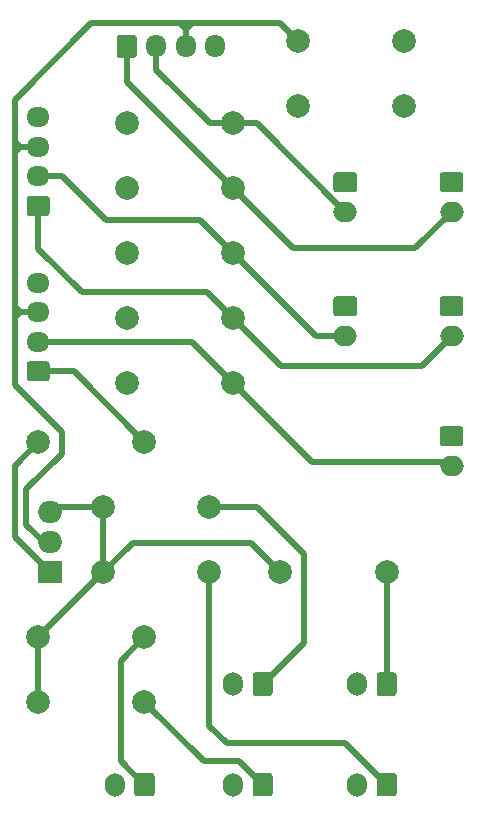
<source format=gbr>
%TF.GenerationSoftware,KiCad,Pcbnew,5.1.10-88a1d61d58~90~ubuntu20.04.1*%
%TF.CreationDate,2022-01-16T21:22:27+00:00*%
%TF.ProjectId,ir_sensor,69725f73-656e-4736-9f72-2e6b69636164,rev?*%
%TF.SameCoordinates,Original*%
%TF.FileFunction,Copper,L1,Top*%
%TF.FilePolarity,Positive*%
%FSLAX46Y46*%
G04 Gerber Fmt 4.6, Leading zero omitted, Abs format (unit mm)*
G04 Created by KiCad (PCBNEW 5.1.10-88a1d61d58~90~ubuntu20.04.1) date 2022-01-16 21:22:27*
%MOMM*%
%LPD*%
G01*
G04 APERTURE LIST*
%TA.AperFunction,ComponentPad*%
%ADD10C,2.000000*%
%TD*%
%TA.AperFunction,ComponentPad*%
%ADD11O,2.000000X1.905000*%
%TD*%
%TA.AperFunction,ComponentPad*%
%ADD12R,2.000000X1.905000*%
%TD*%
%TA.AperFunction,ComponentPad*%
%ADD13O,2.000000X1.700000*%
%TD*%
%TA.AperFunction,ComponentPad*%
%ADD14O,1.700000X2.000000*%
%TD*%
%TA.AperFunction,ComponentPad*%
%ADD15O,1.950000X1.700000*%
%TD*%
%TA.AperFunction,ComponentPad*%
%ADD16O,1.700000X1.950000*%
%TD*%
%TA.AperFunction,Conductor*%
%ADD17C,0.500000*%
%TD*%
G04 APERTURE END LIST*
D10*
%TO.P,R13,2*%
%TO.N,GND*%
X94000000Y-53000000D03*
%TO.P,R13,1*%
%TO.N,d_4*%
X103000000Y-53000000D03*
%TD*%
%TO.P,R12,2*%
%TO.N,GND*%
X94000000Y-58500000D03*
%TO.P,R12,1*%
%TO.N,d_5*%
X103000000Y-58500000D03*
%TD*%
%TO.P,R11,2*%
%TO.N,GND*%
X94000000Y-42000000D03*
%TO.P,R11,1*%
%TO.N,d_2*%
X103000000Y-42000000D03*
%TD*%
%TO.P,R10,2*%
%TO.N,GND*%
X94000000Y-47500000D03*
%TO.P,R10,1*%
%TO.N,d_3*%
X103000000Y-47500000D03*
%TD*%
%TO.P,R9,2*%
%TO.N,GND*%
X117500000Y-35000000D03*
%TO.P,R9,1*%
%TO.N,+3V3*%
X108500000Y-35000000D03*
%TD*%
%TO.P,R8,2*%
%TO.N,+3V3*%
X117500000Y-29500000D03*
%TO.P,R8,1*%
%TO.N,+5V*%
X108500000Y-29500000D03*
%TD*%
%TO.P,R7,1*%
%TO.N,Vdrive*%
X107000000Y-74500000D03*
%TO.P,R7,2*%
%TO.N,Net-(J8-Pad1)*%
X116000000Y-74500000D03*
%TD*%
%TO.P,R6,1*%
%TO.N,Vdrive*%
X86500000Y-85500000D03*
%TO.P,R6,2*%
%TO.N,Net-(J7-Pad1)*%
X95500000Y-85500000D03*
%TD*%
%TO.P,R5,1*%
%TO.N,Vdrive*%
X92000000Y-74500000D03*
%TO.P,R5,2*%
%TO.N,Net-(J6-Pad1)*%
X101000000Y-74500000D03*
%TD*%
%TO.P,R4,2*%
%TO.N,Net-(Q1-Pad1)*%
X86500000Y-63500000D03*
%TO.P,R4,1*%
%TO.N,sw_led*%
X95500000Y-63500000D03*
%TD*%
%TO.P,R3,1*%
%TO.N,Vdrive*%
X86500000Y-80000000D03*
%TO.P,R3,2*%
%TO.N,Net-(J5-Pad1)*%
X95500000Y-80000000D03*
%TD*%
D11*
%TO.P,Q1,3*%
%TO.N,Vdrive*%
X87500000Y-69420000D03*
%TO.P,Q1,2*%
%TO.N,+5V*%
X87500000Y-71960000D03*
D12*
%TO.P,Q1,1*%
%TO.N,Net-(Q1-Pad1)*%
X87500000Y-74500000D03*
%TD*%
D13*
%TO.P,J13,2*%
%TO.N,d_3*%
X112500000Y-54500000D03*
%TO.P,J13,1*%
%TO.N,+3V3*%
%TA.AperFunction,ComponentPad*%
G36*
G01*
X111750000Y-51150000D02*
X113250000Y-51150000D01*
G75*
G02*
X113500000Y-51400000I0J-250000D01*
G01*
X113500000Y-52600000D01*
G75*
G02*
X113250000Y-52850000I-250000J0D01*
G01*
X111750000Y-52850000D01*
G75*
G02*
X111500000Y-52600000I0J250000D01*
G01*
X111500000Y-51400000D01*
G75*
G02*
X111750000Y-51150000I250000J0D01*
G01*
G37*
%TD.AperFunction*%
%TD*%
%TO.P,J12,2*%
%TO.N,d_5*%
X121500000Y-65500000D03*
%TO.P,J12,1*%
%TO.N,+3V3*%
%TA.AperFunction,ComponentPad*%
G36*
G01*
X120750000Y-62150000D02*
X122250000Y-62150000D01*
G75*
G02*
X122500000Y-62400000I0J-250000D01*
G01*
X122500000Y-63600000D01*
G75*
G02*
X122250000Y-63850000I-250000J0D01*
G01*
X120750000Y-63850000D01*
G75*
G02*
X120500000Y-63600000I0J250000D01*
G01*
X120500000Y-62400000D01*
G75*
G02*
X120750000Y-62150000I250000J0D01*
G01*
G37*
%TD.AperFunction*%
%TD*%
%TO.P,J11,2*%
%TO.N,d_2*%
X121500000Y-44000000D03*
%TO.P,J11,1*%
%TO.N,+3V3*%
%TA.AperFunction,ComponentPad*%
G36*
G01*
X120750000Y-40650000D02*
X122250000Y-40650000D01*
G75*
G02*
X122500000Y-40900000I0J-250000D01*
G01*
X122500000Y-42100000D01*
G75*
G02*
X122250000Y-42350000I-250000J0D01*
G01*
X120750000Y-42350000D01*
G75*
G02*
X120500000Y-42100000I0J250000D01*
G01*
X120500000Y-40900000D01*
G75*
G02*
X120750000Y-40650000I250000J0D01*
G01*
G37*
%TD.AperFunction*%
%TD*%
%TO.P,J10,2*%
%TO.N,d_4*%
X121500000Y-54500000D03*
%TO.P,J10,1*%
%TO.N,+3V3*%
%TA.AperFunction,ComponentPad*%
G36*
G01*
X120750000Y-51150000D02*
X122250000Y-51150000D01*
G75*
G02*
X122500000Y-51400000I0J-250000D01*
G01*
X122500000Y-52600000D01*
G75*
G02*
X122250000Y-52850000I-250000J0D01*
G01*
X120750000Y-52850000D01*
G75*
G02*
X120500000Y-52600000I0J250000D01*
G01*
X120500000Y-51400000D01*
G75*
G02*
X120750000Y-51150000I250000J0D01*
G01*
G37*
%TD.AperFunction*%
%TD*%
%TO.P,J9,2*%
%TO.N,d_1*%
X112500000Y-44000000D03*
%TO.P,J9,1*%
%TO.N,+3V3*%
%TA.AperFunction,ComponentPad*%
G36*
G01*
X111750000Y-40650000D02*
X113250000Y-40650000D01*
G75*
G02*
X113500000Y-40900000I0J-250000D01*
G01*
X113500000Y-42100000D01*
G75*
G02*
X113250000Y-42350000I-250000J0D01*
G01*
X111750000Y-42350000D01*
G75*
G02*
X111500000Y-42100000I0J250000D01*
G01*
X111500000Y-40900000D01*
G75*
G02*
X111750000Y-40650000I250000J0D01*
G01*
G37*
%TD.AperFunction*%
%TD*%
D14*
%TO.P,J8,2*%
%TO.N,GND*%
X113500000Y-84000000D03*
%TO.P,J8,1*%
%TO.N,Net-(J8-Pad1)*%
%TA.AperFunction,ComponentPad*%
G36*
G01*
X116850000Y-83250000D02*
X116850000Y-84750000D01*
G75*
G02*
X116600000Y-85000000I-250000J0D01*
G01*
X115400000Y-85000000D01*
G75*
G02*
X115150000Y-84750000I0J250000D01*
G01*
X115150000Y-83250000D01*
G75*
G02*
X115400000Y-83000000I250000J0D01*
G01*
X116600000Y-83000000D01*
G75*
G02*
X116850000Y-83250000I0J-250000D01*
G01*
G37*
%TD.AperFunction*%
%TD*%
%TO.P,J7,2*%
%TO.N,GND*%
X103000000Y-92500000D03*
%TO.P,J7,1*%
%TO.N,Net-(J7-Pad1)*%
%TA.AperFunction,ComponentPad*%
G36*
G01*
X106350000Y-91750000D02*
X106350000Y-93250000D01*
G75*
G02*
X106100000Y-93500000I-250000J0D01*
G01*
X104900000Y-93500000D01*
G75*
G02*
X104650000Y-93250000I0J250000D01*
G01*
X104650000Y-91750000D01*
G75*
G02*
X104900000Y-91500000I250000J0D01*
G01*
X106100000Y-91500000D01*
G75*
G02*
X106350000Y-91750000I0J-250000D01*
G01*
G37*
%TD.AperFunction*%
%TD*%
%TO.P,J6,2*%
%TO.N,GND*%
X113500000Y-92500000D03*
%TO.P,J6,1*%
%TO.N,Net-(J6-Pad1)*%
%TA.AperFunction,ComponentPad*%
G36*
G01*
X116850000Y-91750000D02*
X116850000Y-93250000D01*
G75*
G02*
X116600000Y-93500000I-250000J0D01*
G01*
X115400000Y-93500000D01*
G75*
G02*
X115150000Y-93250000I0J250000D01*
G01*
X115150000Y-91750000D01*
G75*
G02*
X115400000Y-91500000I250000J0D01*
G01*
X116600000Y-91500000D01*
G75*
G02*
X116850000Y-91750000I0J-250000D01*
G01*
G37*
%TD.AperFunction*%
%TD*%
%TO.P,J5,2*%
%TO.N,GND*%
X93000000Y-92500000D03*
%TO.P,J5,1*%
%TO.N,Net-(J5-Pad1)*%
%TA.AperFunction,ComponentPad*%
G36*
G01*
X96350000Y-91750000D02*
X96350000Y-93250000D01*
G75*
G02*
X96100000Y-93500000I-250000J0D01*
G01*
X94900000Y-93500000D01*
G75*
G02*
X94650000Y-93250000I0J250000D01*
G01*
X94650000Y-91750000D01*
G75*
G02*
X94900000Y-91500000I250000J0D01*
G01*
X96100000Y-91500000D01*
G75*
G02*
X96350000Y-91750000I0J-250000D01*
G01*
G37*
%TD.AperFunction*%
%TD*%
%TO.P,J4,2*%
%TO.N,GND*%
X103000000Y-84000000D03*
%TO.P,J4,1*%
%TO.N,Net-(J4-Pad1)*%
%TA.AperFunction,ComponentPad*%
G36*
G01*
X106350000Y-83250000D02*
X106350000Y-84750000D01*
G75*
G02*
X106100000Y-85000000I-250000J0D01*
G01*
X104900000Y-85000000D01*
G75*
G02*
X104650000Y-84750000I0J250000D01*
G01*
X104650000Y-83250000D01*
G75*
G02*
X104900000Y-83000000I250000J0D01*
G01*
X106100000Y-83000000D01*
G75*
G02*
X106350000Y-83250000I0J-250000D01*
G01*
G37*
%TD.AperFunction*%
%TD*%
D15*
%TO.P,J3,4*%
%TO.N,GND*%
X86500000Y-50000000D03*
%TO.P,J3,3*%
%TO.N,+5V*%
X86500000Y-52500000D03*
%TO.P,J3,2*%
%TO.N,d_5*%
X86500000Y-55000000D03*
%TO.P,J3,1*%
%TO.N,sw_led*%
%TA.AperFunction,ComponentPad*%
G36*
G01*
X87225000Y-58350000D02*
X85775000Y-58350000D01*
G75*
G02*
X85525000Y-58100000I0J250000D01*
G01*
X85525000Y-56900000D01*
G75*
G02*
X85775000Y-56650000I250000J0D01*
G01*
X87225000Y-56650000D01*
G75*
G02*
X87475000Y-56900000I0J-250000D01*
G01*
X87475000Y-58100000D01*
G75*
G02*
X87225000Y-58350000I-250000J0D01*
G01*
G37*
%TD.AperFunction*%
%TD*%
%TO.P,J2,4*%
%TO.N,GND*%
X86500000Y-36000000D03*
%TO.P,J2,3*%
%TO.N,+5V*%
X86500000Y-38500000D03*
%TO.P,J2,2*%
%TO.N,d_3*%
X86500000Y-41000000D03*
%TO.P,J2,1*%
%TO.N,d_4*%
%TA.AperFunction,ComponentPad*%
G36*
G01*
X87225000Y-44350000D02*
X85775000Y-44350000D01*
G75*
G02*
X85525000Y-44100000I0J250000D01*
G01*
X85525000Y-42900000D01*
G75*
G02*
X85775000Y-42650000I250000J0D01*
G01*
X87225000Y-42650000D01*
G75*
G02*
X87475000Y-42900000I0J-250000D01*
G01*
X87475000Y-44100000D01*
G75*
G02*
X87225000Y-44350000I-250000J0D01*
G01*
G37*
%TD.AperFunction*%
%TD*%
D10*
%TO.P,R2,2*%
%TO.N,GND*%
X94000000Y-36500000D03*
%TO.P,R2,1*%
%TO.N,d_1*%
X103000000Y-36500000D03*
%TD*%
%TO.P,R1,1*%
%TO.N,Vdrive*%
X92000000Y-69000000D03*
%TO.P,R1,2*%
%TO.N,Net-(J4-Pad1)*%
X101000000Y-69000000D03*
%TD*%
D16*
%TO.P,J1,4*%
%TO.N,GND*%
X101500000Y-30000000D03*
%TO.P,J1,3*%
%TO.N,+5V*%
X99000000Y-30000000D03*
%TO.P,J1,2*%
%TO.N,d_1*%
X96500000Y-30000000D03*
%TO.P,J1,1*%
%TO.N,d_2*%
%TA.AperFunction,ComponentPad*%
G36*
G01*
X93150000Y-30725000D02*
X93150000Y-29275000D01*
G75*
G02*
X93400000Y-29025000I250000J0D01*
G01*
X94600000Y-29025000D01*
G75*
G02*
X94850000Y-29275000I0J-250000D01*
G01*
X94850000Y-30725000D01*
G75*
G02*
X94600000Y-30975000I-250000J0D01*
G01*
X93400000Y-30975000D01*
G75*
G02*
X93150000Y-30725000I0J250000D01*
G01*
G37*
%TD.AperFunction*%
%TD*%
D17*
%TO.N,+5V*%
X85000000Y-38500000D02*
X84500000Y-38000000D01*
X86500000Y-38500000D02*
X85000000Y-38500000D01*
X84500000Y-38000000D02*
X84500000Y-38750000D01*
X84500000Y-39000000D02*
X84500000Y-38750000D01*
X85000000Y-38500000D02*
X84500000Y-39000000D01*
X99000000Y-28500000D02*
X99000000Y-30000000D01*
X98500000Y-28000000D02*
X99000000Y-28500000D01*
X91000000Y-28000000D02*
X98500000Y-28000000D01*
X84500000Y-34500000D02*
X91000000Y-28000000D01*
X84500000Y-38000000D02*
X84500000Y-34500000D01*
X99000000Y-28500000D02*
X99500000Y-28000000D01*
X98500000Y-28000000D02*
X99500000Y-28000000D01*
X85000000Y-52500000D02*
X84500000Y-53000000D01*
X86500000Y-52500000D02*
X85000000Y-52500000D01*
X84500000Y-52000000D02*
X85000000Y-52500000D01*
X84500000Y-38750000D02*
X84500000Y-52000000D01*
X84500000Y-52000000D02*
X84500000Y-53000000D01*
X86960000Y-71960000D02*
X87500000Y-71960000D01*
X85500000Y-67500000D02*
X85500000Y-70500000D01*
X85500000Y-70500000D02*
X86960000Y-71960000D01*
X88500000Y-64500000D02*
X85500000Y-67500000D01*
X88500000Y-62676999D02*
X88500000Y-64500000D01*
X84500000Y-58676999D02*
X88500000Y-62676999D01*
X84500000Y-53000000D02*
X84500000Y-58676999D01*
X99500000Y-28000000D02*
X107000000Y-28000000D01*
X107000000Y-28000000D02*
X108500000Y-29500000D01*
%TO.N,d_2*%
X94000000Y-33000000D02*
X103000000Y-42000000D01*
X94000000Y-30000000D02*
X94000000Y-33000000D01*
X103000000Y-42000000D02*
X108077000Y-47077000D01*
X118423000Y-47077000D02*
X121500000Y-44000000D01*
X108077000Y-47077000D02*
X118423000Y-47077000D01*
%TO.N,d_1*%
X96500000Y-30000000D02*
X96500000Y-31984000D01*
X101016000Y-36500000D02*
X103000000Y-36500000D01*
X96500000Y-31984000D02*
X101016000Y-36500000D01*
X105000000Y-36500000D02*
X112500000Y-44000000D01*
X103000000Y-36500000D02*
X105000000Y-36500000D01*
%TO.N,d_4*%
X100800000Y-50800000D02*
X103000000Y-53000000D01*
X90170000Y-50800000D02*
X100800000Y-50800000D01*
X86500000Y-47130000D02*
X90170000Y-50800000D01*
X86500000Y-43500000D02*
X86500000Y-47130000D01*
X118977000Y-57023000D02*
X121500000Y-54500000D01*
X107061000Y-57023000D02*
X118977000Y-57023000D01*
X105575000Y-55537000D02*
X107061000Y-57023000D01*
X105537000Y-55537000D02*
X105575000Y-55537000D01*
X103000000Y-53000000D02*
X105537000Y-55537000D01*
%TO.N,d_3*%
X86500000Y-41000000D02*
X87500000Y-41000000D01*
X86500000Y-41000000D02*
X88498000Y-41000000D01*
X88498000Y-41000000D02*
X92202000Y-44704000D01*
X100204000Y-44704000D02*
X103000000Y-47500000D01*
X92202000Y-44704000D02*
X100204000Y-44704000D01*
X103000000Y-47500000D02*
X106426000Y-50926000D01*
X106426000Y-50926000D02*
X106426000Y-50927000D01*
X109999000Y-54500000D02*
X112500000Y-54500000D01*
X106426000Y-50927000D02*
X109999000Y-54500000D01*
%TO.N,sw_led*%
X89500000Y-57500000D02*
X95500000Y-63500000D01*
X86500000Y-57500000D02*
X89500000Y-57500000D01*
%TO.N,d_5*%
X99500000Y-55000000D02*
X103000000Y-58500000D01*
X86500000Y-55000000D02*
X99500000Y-55000000D01*
X103000000Y-58500000D02*
X109651000Y-65151000D01*
X121151000Y-65151000D02*
X121500000Y-65500000D01*
X109651000Y-65151000D02*
X121151000Y-65151000D01*
%TO.N,Net-(J4-Pad1)*%
X109000000Y-80500000D02*
X105500000Y-84000000D01*
X109000000Y-73000000D02*
X109000000Y-80500000D01*
X105000000Y-69000000D02*
X109000000Y-73000000D01*
X101000000Y-69000000D02*
X105000000Y-69000000D01*
%TO.N,Net-(J5-Pad1)*%
X93500000Y-90500000D02*
X95500000Y-92500000D01*
X93500000Y-82000000D02*
X93500000Y-90500000D01*
X95500000Y-80000000D02*
X93500000Y-82000000D01*
%TO.N,Net-(J6-Pad1)*%
X101000000Y-74500000D02*
X101000000Y-87500000D01*
X101000000Y-87500000D02*
X102500000Y-89000000D01*
X112500000Y-89000000D02*
X116000000Y-92500000D01*
X102500000Y-89000000D02*
X112500000Y-89000000D01*
%TO.N,Net-(J7-Pad1)*%
X95500000Y-85500000D02*
X100500000Y-90500000D01*
X103500000Y-90500000D02*
X105500000Y-92500000D01*
X100500000Y-90500000D02*
X103500000Y-90500000D01*
%TO.N,Net-(J8-Pad1)*%
X116000000Y-74500000D02*
X116000000Y-84000000D01*
%TO.N,Net-(Q1-Pad1)*%
X84500000Y-71500000D02*
X87500000Y-74500000D01*
X84500000Y-65500000D02*
X84500000Y-71500000D01*
X86500000Y-63500000D02*
X84500000Y-65500000D01*
%TO.N,Vdrive*%
X92000000Y-74500000D02*
X86500000Y-80000000D01*
X86500000Y-80000000D02*
X86500000Y-85500000D01*
X92000000Y-74500000D02*
X94500000Y-72000000D01*
X104500000Y-72000000D02*
X107000000Y-74500000D01*
X94500000Y-72000000D02*
X104500000Y-72000000D01*
X92000000Y-69000000D02*
X92000000Y-74500000D01*
X87920000Y-69000000D02*
X87500000Y-69420000D01*
X92000000Y-69000000D02*
X87920000Y-69000000D01*
%TD*%
M02*

</source>
